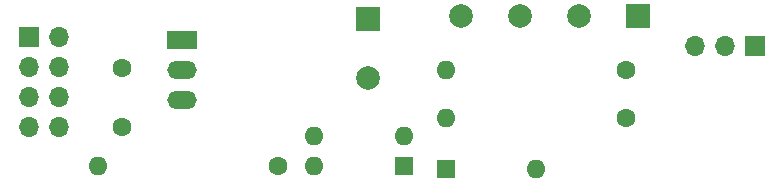
<source format=gbr>
%TF.GenerationSoftware,KiCad,Pcbnew,(5.1.10)-1*%
%TF.CreationDate,2021-06-06T12:15:37+02:00*%
%TF.ProjectId,smart-telefon,736d6172-742d-4746-956c-65666f6e2e6b,1.*%
%TF.SameCoordinates,Original*%
%TF.FileFunction,Soldermask,Bot*%
%TF.FilePolarity,Negative*%
%FSLAX46Y46*%
G04 Gerber Fmt 4.6, Leading zero omitted, Abs format (unit mm)*
G04 Created by KiCad (PCBNEW (5.1.10)-1) date 2021-06-06 12:15:37*
%MOMM*%
%LPD*%
G01*
G04 APERTURE LIST*
%ADD10O,1.700000X1.700000*%
%ADD11R,1.700000X1.700000*%
%ADD12R,2.000000X2.000000*%
%ADD13C,2.000000*%
%ADD14C,1.600000*%
%ADD15R,1.600000X1.600000*%
%ADD16O,1.600000X1.600000*%
%ADD17R,2.500000X1.500000*%
%ADD18O,2.500000X1.500000*%
G04 APERTURE END LIST*
D10*
%TO.C,J1*%
X142748000Y-67056000D03*
X145288000Y-67056000D03*
D11*
X147828000Y-67056000D03*
%TD*%
D12*
%TO.C,C1*%
X115062000Y-64770000D03*
D13*
X115062000Y-69770000D03*
%TD*%
D14*
%TO.C,C2*%
X94234000Y-73914000D03*
X94234000Y-68914000D03*
%TD*%
D15*
%TO.C,D2*%
X121666000Y-77470000D03*
D16*
X129286000Y-77470000D03*
%TD*%
D11*
%TO.C,J2*%
X86360000Y-66294000D03*
D10*
X88900000Y-66294000D03*
X86360000Y-68834000D03*
X88900000Y-68834000D03*
X86360000Y-71374000D03*
X88900000Y-71374000D03*
X86360000Y-73914000D03*
X88900000Y-73914000D03*
%TD*%
D14*
%TO.C,R1*%
X136906000Y-73152000D03*
D16*
X121666000Y-73152000D03*
%TD*%
%TO.C,R2*%
X121666000Y-69088000D03*
D14*
X136906000Y-69088000D03*
%TD*%
%TO.C,R3*%
X107442000Y-77216000D03*
D16*
X92202000Y-77216000D03*
%TD*%
D17*
%TO.C,U1*%
X99314000Y-66548000D03*
D18*
X99314000Y-69088000D03*
X99314000Y-71628000D03*
%TD*%
D15*
%TO.C,U2*%
X118110000Y-77216000D03*
D16*
X110490000Y-74676000D03*
X118110000Y-74676000D03*
X110490000Y-77216000D03*
%TD*%
D13*
%TO.C,D1*%
X122922000Y-64516000D03*
X127922000Y-64516000D03*
X132922000Y-64516000D03*
D12*
X137922000Y-64516000D03*
%TD*%
M02*

</source>
